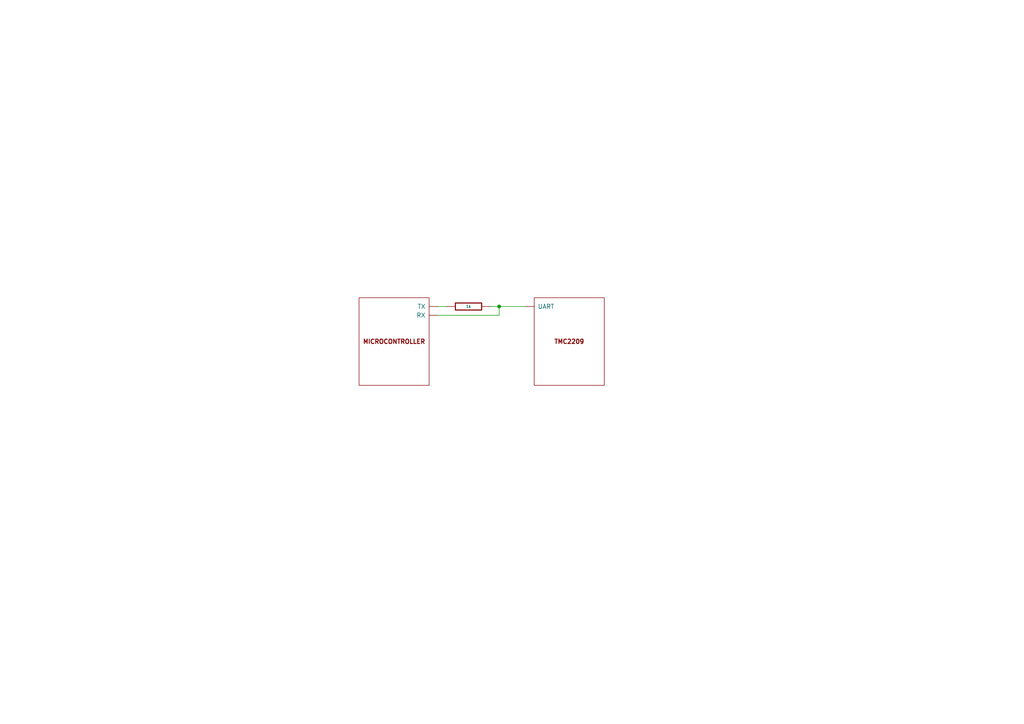
<source format=kicad_sch>
(kicad_sch (version 20230121) (generator eeschema)
  (paper "A4")
  (title_block (title "Trinamic Wiring") (date "2024-07-31") (rev "0.5") (company "Janelia Research Campus"))
  (lib_symbols
    (symbol "Janelia:DOC_MCU" (pin_numbers hide) (pin_names (offset 1.016))
      (symbol "DOC_MCU_0_1"
        (rectangle (start -10.16 12.7) (end 10.16 -12.7))
      )
      (symbol "DOC_MCU_1_1"
        (text "MICROCONTROLLER" (at 0 0 0) (effects (font (size 1.27 1.27) bold)))
        (pin input line (at 12.7 7.62 180) (length 2.54) (name "RX") (number "0"))
        (pin output line (at 12.7 10.16 180) (length 2.54) (name "TX") (number "1"))
        (pin input line (at 12.7 -5.08 180) (length 2.54) hide (name "RX2") (number "2"))
        (pin output line (at 12.7 -2.54 180) (length 2.54) hide (name "TX2") (number "3"))
        (pin output line (at 12.7 -7.62 180) (length 2.54) hide (name "TX3") (number "4"))
        (pin input line (at 12.7 -10.16 180) (length 2.54) hide (name "RX3") (number "5"))
        (pin output line (at 12.7 5.08 180) (length 2.54) hide (name "STEP") (number "6"))
        (pin input line (at 12.7 2.54 180) (length 2.54) hide (name "DIR") (number "7"))
        (pin input line (at 0 -15.24 90) (length 2.54) hide (name "SPI") (number "8"))
      )
    )
    (symbol "Janelia:R_1k_0402" (pin_numbers hide) (pin_names (offset 0))
      (property "Reference" "R" (at 2.032 0 90))
      (property "Value" "1k" (at 0 0 90))
      (symbol "R_1k_0402_0_1"
        (rectangle (start -1.016 3.81) (end 1.016 -3.81) (stroke (width 0.3048)))
      )
      (symbol "R_1k_0402_1_1"
        (pin passive line (at 0 6.35 270) (length 2.54) (name "~") (number "1"))
        (pin passive line (at 0 -6.35 90) (length 2.54) (name "~") (number "2"))
      )
    )
    (symbol "Janelia:TMC2209_DOC" (pin_numbers hide) (pin_names (offset 1.016))
      (symbol "TMC2209_DOC_0_1"
        (rectangle (start -10.16 12.7) (end 10.16 -12.7))
      )
      (symbol "TMC2209_DOC_1_1"
        (text "TMC2209" (at 0 0 0) (effects (font (size 1.27 1.27) bold)))
        (pin bidirectional line (at -12.7 10.16 0) (length 2.54) (name "UART") (number "0"))
        (pin input line (at -12.7 5.08 0) (length 2.54) hide (name "STEP") (number "1"))
        (pin input line (at -12.7 -5.08 0) (length 2.54) hide (name "AD1") (number "10"))
        (pin input line (at -12.7 2.54 0) (length 2.54) hide (name "DIR") (number "2"))
        (pin passive line (at 2.54 -15.24 90) (length 2.54) hide (name "BRA") (number "3"))
        (pin passive line (at 7.62 -15.24 90) (length 2.54) hide (name "BRB") (number "4"))
        (pin passive line (at 12.7 5.08 180) (length 2.54) hide (name "OA1") (number "5"))
        (pin passive line (at 12.7 2.54 180) (length 2.54) hide (name "OA2") (number "6"))
        (pin passive line (at 12.7 -2.54 180) (length 2.54) hide (name "OB1") (number "7"))
        (pin passive line (at 12.7 -5.08 180) (length 2.54) hide (name "OB2") (number "8"))
        (pin input line (at -12.7 -2.54 0) (length 2.54) hide (name "AD0") (number "9"))
      )
    )
  )
  (junction (at 144.78 88.9))
  (wire (pts (xy 142.24 88.9) (xy 144.78 88.9)))
  (wire (pts (xy 144.78 88.9) (xy 144.78 91.44)))
  (wire (pts (xy 127 91.44) (xy 144.78 91.44)))
  (wire (pts (xy 144.78 88.9) (xy 152.4 88.9)))
  (wire (pts (xy 127 88.9) (xy 129.54 88.9)))
  (symbol (lib_id "Janelia:DOC_MCU") (at 114.3 99.06 0) (unit 1)
    (property "Reference" "MICROCONTROLLER5" (effects hide))
    (property "Value" "DOC_MCU" (effects hide))
    (property "Sim.Enable" "0" (effects hide))
  )
  (symbol (lib_id "Janelia:TMC2209_DOC") (at 165.1 99.06 0) (unit 1)
    (property "Reference" "TMC7" (effects hide))
    (property "Value" "TMC2209_DOC" (effects hide))
    (property "Sim.Enable" "0" (effects hide))
  )
  (symbol (lib_id "Janelia:R_1k_0402") (at 135.89 88.9 90) (unit 1)
    (property "Reference" "R2" (effects hide))
    (property "Value" "1k" (at 135.89 88.9 90) (effects (font (size 0.762 0.762))))
    (property "Footprint" "Janelia:R_0402_1005Metric" (effects hide))
    (property "Vendor" "Digi-Key" (effects hide))
    (property "Vendor Part Number" "311-1.00KLRCT-ND" (effects hide))
    (property "Description" "RES SMD 1K OHM 1% 1/16W" (effects hide))
    (property "Package" "0402" (effects hide))
    (property "Manufacturer" "YAGEO" (effects hide))
    (property "Manufacturer Part Number" "RC0402FR-071KL" (effects hide))
  )
)
</source>
